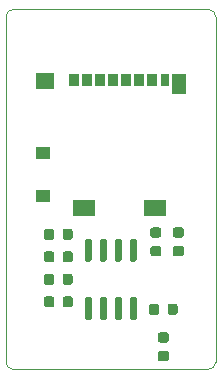
<source format=gbr>
%TF.GenerationSoftware,KiCad,Pcbnew,5.1.6+dfsg1-1~bpo10+1*%
%TF.CreationDate,Date%
%TF.ProjectId,ProMicro_LOG,50726f4d-6963-4726-9f5f-4c4f472e6b69,v1.2*%
%TF.SameCoordinates,Original*%
%TF.FileFunction,Paste,Top*%
%TF.FilePolarity,Positive*%
%FSLAX45Y45*%
G04 Gerber Fmt 4.5, Leading zero omitted, Abs format (unit mm)*
G04 Created by KiCad*
%MOMM*%
%LPD*%
G01*
G04 APERTURE LIST*
%TA.AperFunction,Profile*%
%ADD10C,0.100000*%
%TD*%
%ADD11R,1.900000X1.350000*%
%ADD12R,1.200000X1.000000*%
%ADD13R,1.550000X1.350000*%
%ADD14R,1.170000X1.800000*%
%ADD15R,0.850000X1.100000*%
%ADD16R,0.750000X1.100000*%
G04 APERTURE END LIST*
D10*
X-63500Y127000D02*
G75*
G03*
X-127000Y63500I0J-63500D01*
G01*
X1651000Y63500D02*
G75*
G03*
X1587500Y127000I-63500J0D01*
G01*
X1587500Y-2921000D02*
G75*
G03*
X1651000Y-2857500I0J63500D01*
G01*
X-127000Y-2857500D02*
G75*
G03*
X-63500Y-2921000I63500J0D01*
G01*
X-127000Y63500D02*
X-127000Y-2857500D01*
X1587500Y127000D02*
X-63500Y127000D01*
X1651000Y-2857500D02*
X1651000Y63500D01*
X-63500Y-2921000D02*
X1587500Y-2921000D01*
G36*
G01*
X352500Y-1803625D02*
X352500Y-1752375D01*
G75*
G02*
X374375Y-1730500I21875J0D01*
G01*
X418125Y-1730500D01*
G75*
G02*
X440000Y-1752375I0J-21875D01*
G01*
X440000Y-1803625D01*
G75*
G02*
X418125Y-1825500I-21875J0D01*
G01*
X374375Y-1825500D01*
G75*
G02*
X352500Y-1803625I0J21875D01*
G01*
G37*
G36*
G01*
X195000Y-1803625D02*
X195000Y-1752375D01*
G75*
G02*
X216875Y-1730500I21875J0D01*
G01*
X260625Y-1730500D01*
G75*
G02*
X282500Y-1752375I0J-21875D01*
G01*
X282500Y-1803625D01*
G75*
G02*
X260625Y-1825500I-21875J0D01*
G01*
X216875Y-1825500D01*
G75*
G02*
X195000Y-1803625I0J21875D01*
G01*
G37*
G36*
G01*
X1180875Y-2765500D02*
X1232125Y-2765500D01*
G75*
G02*
X1254000Y-2787375I0J-21875D01*
G01*
X1254000Y-2831125D01*
G75*
G02*
X1232125Y-2853000I-21875J0D01*
G01*
X1180875Y-2853000D01*
G75*
G02*
X1159000Y-2831125I0J21875D01*
G01*
X1159000Y-2787375D01*
G75*
G02*
X1180875Y-2765500I21875J0D01*
G01*
G37*
G36*
G01*
X1180875Y-2608000D02*
X1232125Y-2608000D01*
G75*
G02*
X1254000Y-2629875I0J-21875D01*
G01*
X1254000Y-2673625D01*
G75*
G02*
X1232125Y-2695500I-21875J0D01*
G01*
X1180875Y-2695500D01*
G75*
G02*
X1159000Y-2673625I0J21875D01*
G01*
X1159000Y-2629875D01*
G75*
G02*
X1180875Y-2608000I21875J0D01*
G01*
G37*
G36*
G01*
X1168625Y-1806500D02*
X1117375Y-1806500D01*
G75*
G02*
X1095500Y-1784625I0J21875D01*
G01*
X1095500Y-1740875D01*
G75*
G02*
X1117375Y-1719000I21875J0D01*
G01*
X1168625Y-1719000D01*
G75*
G02*
X1190500Y-1740875I0J-21875D01*
G01*
X1190500Y-1784625D01*
G75*
G02*
X1168625Y-1806500I-21875J0D01*
G01*
G37*
G36*
G01*
X1168625Y-1964000D02*
X1117375Y-1964000D01*
G75*
G02*
X1095500Y-1942125I0J21875D01*
G01*
X1095500Y-1898375D01*
G75*
G02*
X1117375Y-1876500I21875J0D01*
G01*
X1168625Y-1876500D01*
G75*
G02*
X1190500Y-1898375I0J-21875D01*
G01*
X1190500Y-1942125D01*
G75*
G02*
X1168625Y-1964000I-21875J0D01*
G01*
G37*
G36*
G01*
X1359125Y-1806500D02*
X1307875Y-1806500D01*
G75*
G02*
X1286000Y-1784625I0J21875D01*
G01*
X1286000Y-1740875D01*
G75*
G02*
X1307875Y-1719000I21875J0D01*
G01*
X1359125Y-1719000D01*
G75*
G02*
X1381000Y-1740875I0J-21875D01*
G01*
X1381000Y-1784625D01*
G75*
G02*
X1359125Y-1806500I-21875J0D01*
G01*
G37*
G36*
G01*
X1359125Y-1964000D02*
X1307875Y-1964000D01*
G75*
G02*
X1286000Y-1942125I0J21875D01*
G01*
X1286000Y-1898375D01*
G75*
G02*
X1307875Y-1876500I21875J0D01*
G01*
X1359125Y-1876500D01*
G75*
G02*
X1381000Y-1898375I0J-21875D01*
G01*
X1381000Y-1942125D01*
G75*
G02*
X1359125Y-1964000I-21875J0D01*
G01*
G37*
G36*
G01*
X352500Y-1994125D02*
X352500Y-1942875D01*
G75*
G02*
X374375Y-1921000I21875J0D01*
G01*
X418125Y-1921000D01*
G75*
G02*
X440000Y-1942875I0J-21875D01*
G01*
X440000Y-1994125D01*
G75*
G02*
X418125Y-2016000I-21875J0D01*
G01*
X374375Y-2016000D01*
G75*
G02*
X352500Y-1994125I0J21875D01*
G01*
G37*
G36*
G01*
X195000Y-1994125D02*
X195000Y-1942875D01*
G75*
G02*
X216875Y-1921000I21875J0D01*
G01*
X260625Y-1921000D01*
G75*
G02*
X282500Y-1942875I0J-21875D01*
G01*
X282500Y-1994125D01*
G75*
G02*
X260625Y-2016000I-21875J0D01*
G01*
X216875Y-2016000D01*
G75*
G02*
X195000Y-1994125I0J21875D01*
G01*
G37*
G36*
G01*
X352500Y-2184625D02*
X352500Y-2133375D01*
G75*
G02*
X374375Y-2111500I21875J0D01*
G01*
X418125Y-2111500D01*
G75*
G02*
X440000Y-2133375I0J-21875D01*
G01*
X440000Y-2184625D01*
G75*
G02*
X418125Y-2206500I-21875J0D01*
G01*
X374375Y-2206500D01*
G75*
G02*
X352500Y-2184625I0J21875D01*
G01*
G37*
G36*
G01*
X195000Y-2184625D02*
X195000Y-2133375D01*
G75*
G02*
X216875Y-2111500I21875J0D01*
G01*
X260625Y-2111500D01*
G75*
G02*
X282500Y-2133375I0J-21875D01*
G01*
X282500Y-2184625D01*
G75*
G02*
X260625Y-2206500I-21875J0D01*
G01*
X216875Y-2206500D01*
G75*
G02*
X195000Y-2184625I0J21875D01*
G01*
G37*
G36*
G01*
X352500Y-2375125D02*
X352500Y-2323875D01*
G75*
G02*
X374375Y-2302000I21875J0D01*
G01*
X418125Y-2302000D01*
G75*
G02*
X440000Y-2323875I0J-21875D01*
G01*
X440000Y-2375125D01*
G75*
G02*
X418125Y-2397000I-21875J0D01*
G01*
X374375Y-2397000D01*
G75*
G02*
X352500Y-2375125I0J21875D01*
G01*
G37*
G36*
G01*
X195000Y-2375125D02*
X195000Y-2323875D01*
G75*
G02*
X216875Y-2302000I21875J0D01*
G01*
X260625Y-2302000D01*
G75*
G02*
X282500Y-2323875I0J-21875D01*
G01*
X282500Y-2375125D01*
G75*
G02*
X260625Y-2397000I-21875J0D01*
G01*
X216875Y-2397000D01*
G75*
G02*
X195000Y-2375125I0J21875D01*
G01*
G37*
G36*
G01*
X1171500Y-2387375D02*
X1171500Y-2438625D01*
G75*
G02*
X1149625Y-2460500I-21875J0D01*
G01*
X1105875Y-2460500D01*
G75*
G02*
X1084000Y-2438625I0J21875D01*
G01*
X1084000Y-2387375D01*
G75*
G02*
X1105875Y-2365500I21875J0D01*
G01*
X1149625Y-2365500D01*
G75*
G02*
X1171500Y-2387375I0J-21875D01*
G01*
G37*
G36*
G01*
X1329000Y-2387375D02*
X1329000Y-2438625D01*
G75*
G02*
X1307125Y-2460500I-21875J0D01*
G01*
X1263375Y-2460500D01*
G75*
G02*
X1241500Y-2438625I0J21875D01*
G01*
X1241500Y-2387375D01*
G75*
G02*
X1263375Y-2365500I21875J0D01*
G01*
X1307125Y-2365500D01*
G75*
G02*
X1329000Y-2387375I0J-21875D01*
G01*
G37*
G36*
G01*
X586500Y-2009000D02*
X556500Y-2009000D01*
G75*
G02*
X541500Y-1994000I0J15000D01*
G01*
X541500Y-1829000D01*
G75*
G02*
X556500Y-1814000I15000J0D01*
G01*
X586500Y-1814000D01*
G75*
G02*
X601500Y-1829000I0J-15000D01*
G01*
X601500Y-1994000D01*
G75*
G02*
X586500Y-2009000I-15000J0D01*
G01*
G37*
G36*
G01*
X713500Y-2009000D02*
X683500Y-2009000D01*
G75*
G02*
X668500Y-1994000I0J15000D01*
G01*
X668500Y-1829000D01*
G75*
G02*
X683500Y-1814000I15000J0D01*
G01*
X713500Y-1814000D01*
G75*
G02*
X728500Y-1829000I0J-15000D01*
G01*
X728500Y-1994000D01*
G75*
G02*
X713500Y-2009000I-15000J0D01*
G01*
G37*
G36*
G01*
X840500Y-2009000D02*
X810500Y-2009000D01*
G75*
G02*
X795500Y-1994000I0J15000D01*
G01*
X795500Y-1829000D01*
G75*
G02*
X810500Y-1814000I15000J0D01*
G01*
X840500Y-1814000D01*
G75*
G02*
X855500Y-1829000I0J-15000D01*
G01*
X855500Y-1994000D01*
G75*
G02*
X840500Y-2009000I-15000J0D01*
G01*
G37*
G36*
G01*
X967500Y-2009000D02*
X937500Y-2009000D01*
G75*
G02*
X922500Y-1994000I0J15000D01*
G01*
X922500Y-1829000D01*
G75*
G02*
X937500Y-1814000I15000J0D01*
G01*
X967500Y-1814000D01*
G75*
G02*
X982500Y-1829000I0J-15000D01*
G01*
X982500Y-1994000D01*
G75*
G02*
X967500Y-2009000I-15000J0D01*
G01*
G37*
G36*
G01*
X967500Y-2504000D02*
X937500Y-2504000D01*
G75*
G02*
X922500Y-2489000I0J15000D01*
G01*
X922500Y-2324000D01*
G75*
G02*
X937500Y-2309000I15000J0D01*
G01*
X967500Y-2309000D01*
G75*
G02*
X982500Y-2324000I0J-15000D01*
G01*
X982500Y-2489000D01*
G75*
G02*
X967500Y-2504000I-15000J0D01*
G01*
G37*
G36*
G01*
X840500Y-2504000D02*
X810500Y-2504000D01*
G75*
G02*
X795500Y-2489000I0J15000D01*
G01*
X795500Y-2324000D01*
G75*
G02*
X810500Y-2309000I15000J0D01*
G01*
X840500Y-2309000D01*
G75*
G02*
X855500Y-2324000I0J-15000D01*
G01*
X855500Y-2489000D01*
G75*
G02*
X840500Y-2504000I-15000J0D01*
G01*
G37*
G36*
G01*
X713500Y-2504000D02*
X683500Y-2504000D01*
G75*
G02*
X668500Y-2489000I0J15000D01*
G01*
X668500Y-2324000D01*
G75*
G02*
X683500Y-2309000I15000J0D01*
G01*
X713500Y-2309000D01*
G75*
G02*
X728500Y-2324000I0J-15000D01*
G01*
X728500Y-2489000D01*
G75*
G02*
X713500Y-2504000I-15000J0D01*
G01*
G37*
G36*
G01*
X586500Y-2504000D02*
X556500Y-2504000D01*
G75*
G02*
X541500Y-2489000I0J15000D01*
G01*
X541500Y-2324000D01*
G75*
G02*
X556500Y-2309000I15000J0D01*
G01*
X586500Y-2309000D01*
G75*
G02*
X601500Y-2324000I0J-15000D01*
G01*
X601500Y-2489000D01*
G75*
G02*
X586500Y-2504000I-15000J0D01*
G01*
G37*
D11*
X1135000Y-1553500D03*
X538000Y-1553500D03*
D12*
X188000Y-1086000D03*
X188000Y-1456000D03*
D13*
X205500Y-483500D03*
D14*
X1337500Y-506000D03*
D15*
X1111500Y-471000D03*
X1001500Y-471000D03*
X891500Y-471000D03*
X781500Y-471000D03*
X671500Y-471000D03*
X561500Y-471000D03*
D16*
X1216500Y-471000D03*
D15*
X451500Y-471000D03*
M02*

</source>
